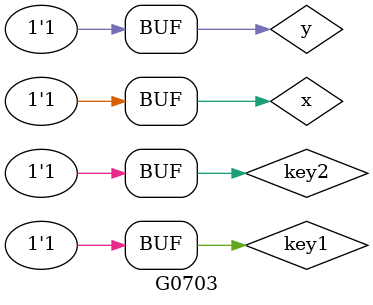
<source format=v>

module f1 (output r, input x,y, key1, key2);

	wire and_o;		// and operation
	wire nand_o;	// nand operation
	wire or_o;		// or operation
	wire nor_o;		// nor operation

	wire not_key1;
	wire not_key2;

	wire and1k1; 	// and buffer_1 first key
	wire and2k1;	//			==    2
	wire and3k1; 	//      ==    3
	wire and4k1;	//      ==    4

	wire and1k2;	// and buffer_1 seccond key
	wire and2k2;	//			==    2
	wire and3k3;	//			==    3
	wire and4k4;	//			==    4

	not NOT1 (not_key1, key1);
	not NOT2 (not_key2, key2);
	
	// Operation results
	and  ANDO  (and_o, x,y);
	nand NANDO (nand_o, x,y);
	or   ORO   (or_o, x,y);
	nor  NORO  (nor_o, x,y);

	// Check key 1
	and AND1K1 (and1k1, and_o,  not_key1);
	and AND2K1 (and2k1, nand_o, not_key1);
	and AND3K1 (and3k1, or_o,   key1);
	and AND4K1 (and4k1, nor_o,  key1);

	// Check key 2
	and AND1K2 (and1k2, and1k1, not_key2);	// and
	and AND2K2 (and2k2, and2k1, key2);			// nand
	and AND3K2 (and3k2, and3k1, not_key2);  // or
	and AND4K2 (and4k2, and4k1, key2);  		// nor

	// Result
	or (r, and1k2, and2k2, and3k2, and4k2);

endmodule // f1

module G0703;

	// Variables
	reg x = 1'b0;
	reg y = 1'b0;
	reg key1 = 1'b0;
	reg key2 = 1'b0;
	wire r;

	f1 F1 (r, x,y, key1, key2);

	// Actions
	initial
		begin : main

			$display ("\nG0703 -\n");

			$display ("k1 = 0 k2 = 0 | and");
			$monitor ("%b %b | %b %b | %b",key1,key2, x,y, r);

			// key 1 & 2 = 0	
      #1 y = 1'b1;
      #1 x = 1'b1; y = 1'b0;
			#1 x = 1'b1; y = 1'b1;

			// key 1 = 0 // key 2 = 1 
			#1 $display ("\nk1 = 0 k2 = 1 | nand"); 
			#1 key1 = 1'b0; key2 = 1'b1; x = 1'b0; y = 1'b0;
      #1 key1 = 1'b0; key2 = 1'b1; x = 1'b0; y = 1'b1;
			#1 key1 = 1'b0; key2 = 1'b1; x = 1'b1; y = 1'b0;
			#1 key1 = 1'b0; key2 = 1'b1; x = 1'b1; y = 1'b1;

			// key 1 = 1 // key 2 = 0
			#1 $display ("\nk1 = 1 k2 = 0 | or"); 
      #1 key1 = 1'b1; key2 = 1'b0; x = 1'b0; y = 1'b0;
			#1 key1 = 1'b1; key2 = 1'b0; x = 1'b0; y = 1'b1;
			#1 key1 = 1'b1; key2 = 1'b0; x = 1'b1; y = 1'b0;
			#1 key1 = 1'b1; key2 = 1'b0; x = 1'b1; y = 1'b1;

			// key 1 & 2 = 1
			#1 $display ("\nk1 = 1 k2 = 1 | nor"); 
			#1 key1 = 1'b1; key2 = 1'b1; x = 1'b0; y = 1'b0;
      #1 key1 = 1'b1; key2 = 1'b1; x = 1'b0; y = 1'b1;
			#1 key1 = 1'b1; key2 = 1'b1; x = 1'b1; y = 1'b0;
			#1 key1 = 1'b1; key2 = 1'b1; x = 1'b1; y = 1'b1;

		end // main

endmodule // G0703

</source>
